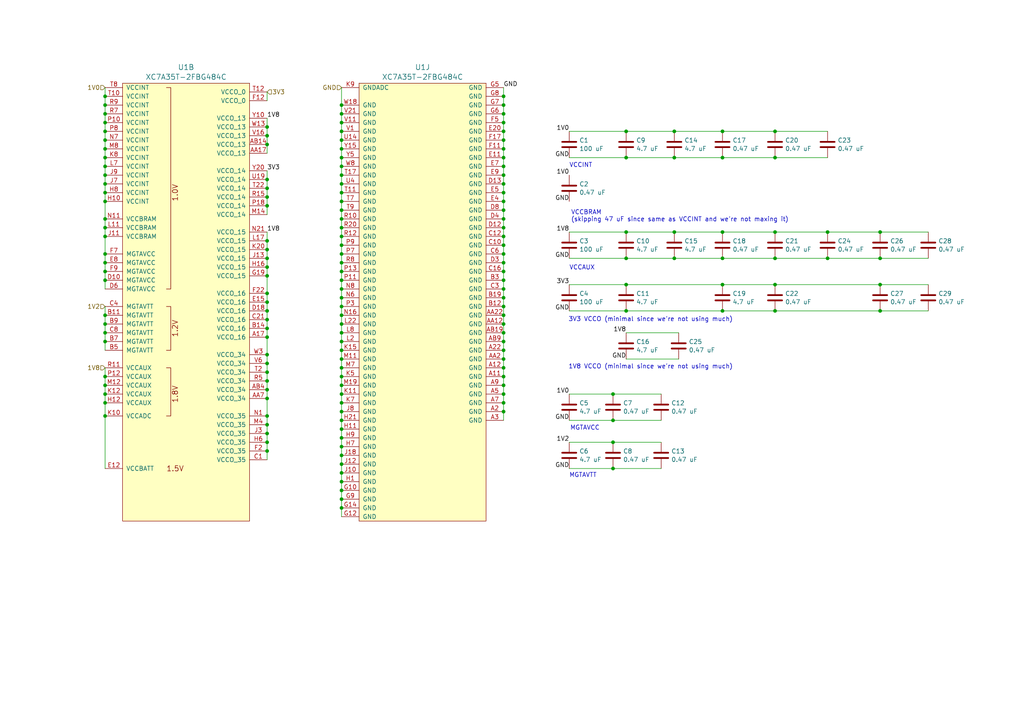
<source format=kicad_sch>
(kicad_sch (version 20231120) (generator "eeschema") (generator_version "8.0")
  (paper "A4")
  (junction (at 77.47 54.61))
  (junction (at 77.47 113.03))
  (junction (at 146.05 76.2))
  (junction (at 146.05 114.3))
  (junction (at 30.48 78.74))
  (junction (at 77.47 90.17))
  (junction (at 240.03 67.31))
  (junction (at 99.06 86.36))
  (junction (at 99.06 116.84))
  (junction (at 99.06 91.44))
  (junction (at 146.05 27.94))
  (junction (at 146.05 93.98))
  (junction (at 146.05 60.96))
  (junction (at 224.79 67.31))
  (junction (at 77.47 92.71))
  (junction (at 30.48 35.56))
  (junction (at 146.05 68.58))
  (junction (at 77.47 77.47))
  (junction (at 146.05 111.76))
  (junction (at 99.06 33.02))
  (junction (at 99.06 96.52))
  (junction (at 146.05 116.84))
  (junction (at 209.55 82.55))
  (junction (at 177.8 135.89))
  (junction (at 99.06 48.26))
  (junction (at 30.48 27.94))
  (junction (at 255.27 90.17))
  (junction (at 146.05 30.48))
  (junction (at 99.06 63.5))
  (junction (at 146.05 71.12))
  (junction (at 30.48 116.84))
  (junction (at 99.06 114.3))
  (junction (at 77.47 52.07))
  (junction (at 99.06 132.08))
  (junction (at 77.47 115.57))
  (junction (at 99.06 147.32))
  (junction (at 77.47 120.65))
  (junction (at 177.8 128.27))
  (junction (at 77.47 87.63))
  (junction (at 146.05 43.18))
  (junction (at 99.06 40.64))
  (junction (at 30.48 55.88))
  (junction (at 30.48 58.42))
  (junction (at 181.61 74.93))
  (junction (at 181.61 90.17))
  (junction (at 181.61 45.72))
  (junction (at 255.27 82.55))
  (junction (at 77.47 72.39))
  (junction (at 77.47 128.27))
  (junction (at 224.79 74.93))
  (junction (at 99.06 109.22))
  (junction (at 146.05 104.14))
  (junction (at 99.06 45.72))
  (junction (at 77.47 80.01))
  (junction (at 30.48 120.65))
  (junction (at 99.06 106.68))
  (junction (at 30.48 30.48))
  (junction (at 146.05 58.42))
  (junction (at 30.48 66.04))
  (junction (at 146.05 81.28))
  (junction (at 30.48 99.06))
  (junction (at 99.06 60.96))
  (junction (at 99.06 53.34))
  (junction (at 209.55 74.93))
  (junction (at 30.48 111.76))
  (junction (at 195.58 45.72))
  (junction (at 99.06 68.58))
  (junction (at 146.05 63.5))
  (junction (at 224.79 45.72))
  (junction (at 77.47 36.83))
  (junction (at 195.58 67.31))
  (junction (at 209.55 90.17))
  (junction (at 146.05 78.74))
  (junction (at 30.48 38.1))
  (junction (at 30.48 76.2))
  (junction (at 99.06 55.88))
  (junction (at 77.47 130.81))
  (junction (at 77.47 110.49))
  (junction (at 99.06 134.62))
  (junction (at 146.05 45.72))
  (junction (at 146.05 48.26))
  (junction (at 77.47 102.87))
  (junction (at 224.79 90.17))
  (junction (at 146.05 109.22))
  (junction (at 146.05 66.04))
  (junction (at 99.06 144.78))
  (junction (at 30.48 109.22))
  (junction (at 99.06 119.38))
  (junction (at 146.05 73.66))
  (junction (at 146.05 40.64))
  (junction (at 209.55 38.1))
  (junction (at 99.06 35.56))
  (junction (at 146.05 50.8))
  (junction (at 99.06 137.16))
  (junction (at 30.48 50.8))
  (junction (at 30.48 96.52))
  (junction (at 30.48 81.28))
  (junction (at 30.48 48.26))
  (junction (at 77.47 85.09))
  (junction (at 255.27 67.31))
  (junction (at 99.06 66.04))
  (junction (at 146.05 91.44))
  (junction (at 181.61 67.31))
  (junction (at 30.48 45.72))
  (junction (at 99.06 50.8))
  (junction (at 99.06 121.92))
  (junction (at 99.06 139.7))
  (junction (at 30.48 63.5))
  (junction (at 146.05 83.82))
  (junction (at 77.47 74.93))
  (junction (at 77.47 41.91))
  (junction (at 99.06 78.74))
  (junction (at 99.06 104.14))
  (junction (at 30.48 43.18))
  (junction (at 30.48 73.66))
  (junction (at 77.47 105.41))
  (junction (at 30.48 93.98))
  (junction (at 99.06 76.2))
  (junction (at 240.03 74.93))
  (junction (at 77.47 107.95))
  (junction (at 99.06 101.6))
  (junction (at 99.06 142.24))
  (junction (at 99.06 99.06))
  (junction (at 224.79 82.55))
  (junction (at 146.05 99.06))
  (junction (at 30.48 53.34))
  (junction (at 99.06 81.28))
  (junction (at 99.06 83.82))
  (junction (at 30.48 91.44))
  (junction (at 181.61 82.55))
  (junction (at 99.06 43.18))
  (junction (at 99.06 38.1))
  (junction (at 77.47 95.25))
  (junction (at 77.47 97.79))
  (junction (at 146.05 88.9))
  (junction (at 181.61 38.1))
  (junction (at 77.47 57.15))
  (junction (at 99.06 124.46))
  (junction (at 30.48 40.64))
  (junction (at 177.8 121.92))
  (junction (at 99.06 93.98))
  (junction (at 146.05 101.6))
  (junction (at 99.06 111.76))
  (junction (at 99.06 129.54))
  (junction (at 195.58 38.1))
  (junction (at 99.06 58.42))
  (junction (at 146.05 106.68))
  (junction (at 99.06 73.66))
  (junction (at 146.05 96.52))
  (junction (at 30.48 68.58))
  (junction (at 77.47 39.37))
  (junction (at 146.05 35.56))
  (junction (at 146.05 38.1))
  (junction (at 77.47 59.69))
  (junction (at 99.06 127))
  (junction (at 99.06 30.48))
  (junction (at 30.48 114.3))
  (junction (at 209.55 45.72))
  (junction (at 177.8 114.3))
  (junction (at 146.05 33.02))
  (junction (at 146.05 119.38))
  (junction (at 195.58 74.93))
  (junction (at 77.47 123.19))
  (junction (at 146.05 55.88))
  (junction (at 77.47 125.73))
  (junction (at 99.06 88.9))
  (junction (at 30.48 33.02))
  (junction (at 77.47 69.85))
  (junction (at 255.27 74.93))
  (junction (at 146.05 86.36))
  (junction (at 146.05 53.34))
  (junction (at 209.55 67.31))
  (junction (at 99.06 71.12))
  (junction (at 224.79 38.1))
  (wire (pts (xy 77.47 102.87) (xy 77.47 105.41)))
  (wire (pts (xy 181.61 67.31) (xy 195.58 67.31)))
  (wire (pts (xy 30.48 35.56) (xy 30.48 38.1)))
  (wire (pts (xy 77.47 115.57) (xy 77.47 120.65)))
  (wire (pts (xy 77.47 34.29) (xy 77.47 36.83)))
  (wire (pts (xy 146.05 25.4) (xy 146.05 27.94)))
  (wire (pts (xy 146.05 73.66) (xy 146.05 76.2)))
  (wire (pts (xy 30.48 109.22) (xy 30.48 111.76)))
  (wire (pts (xy 77.47 74.93) (xy 77.47 77.47)))
  (wire (pts (xy 77.47 52.07) (xy 77.47 54.61)))
  (wire (pts (xy 99.06 93.98) (xy 99.06 96.52)))
  (wire (pts (xy 146.05 71.12) (xy 146.05 73.66)))
  (wire (pts (xy 99.06 132.08) (xy 99.06 134.62)))
  (wire (pts (xy 77.47 41.91) (xy 77.47 44.45)))
  (wire (pts (xy 99.06 58.42) (xy 99.06 60.96)))
  (wire (pts (xy 77.47 39.37) (xy 77.47 41.91)))
  (wire (pts (xy 30.48 91.44) (xy 30.48 93.98)))
  (wire (pts (xy 146.05 106.68) (xy 146.05 109.22)))
  (wire (pts (xy 77.47 54.61) (xy 77.47 57.15)))
  (wire (pts (xy 99.06 86.36) (xy 99.06 88.9)))
  (wire (pts (xy 99.06 81.28) (xy 99.06 83.82)))
  (wire (pts (xy 209.55 82.55) (xy 224.79 82.55)))
  (wire (pts (xy 224.79 67.31) (xy 240.03 67.31)))
  (wire (pts (xy 77.47 57.15) (xy 77.47 59.69)))
  (wire (pts (xy 77.47 110.49) (xy 77.47 113.03)))
  (wire (pts (xy 146.05 76.2) (xy 146.05 78.74)))
  (wire (pts (xy 77.47 69.85) (xy 77.47 72.39)))
  (wire (pts (xy 146.05 63.5) (xy 146.05 66.04)))
  (wire (pts (xy 99.06 35.56) (xy 99.06 38.1)))
  (wire (pts (xy 30.48 116.84) (xy 30.48 120.65)))
  (wire (pts (xy 99.06 106.68) (xy 99.06 109.22)))
  (wire (pts (xy 165.1 90.17) (xy 181.61 90.17)))
  (wire (pts (xy 177.8 135.89) (xy 191.77 135.89)))
  (wire (pts (xy 77.47 92.71) (xy 77.47 95.25)))
  (wire (pts (xy 146.05 88.9) (xy 146.05 91.44)))
  (wire (pts (xy 99.06 43.18) (xy 99.06 45.72)))
  (wire (pts (xy 77.47 59.69) (xy 77.47 62.23)))
  (wire (pts (xy 30.48 96.52) (xy 30.48 99.06)))
  (wire (pts (xy 77.47 85.09) (xy 77.47 87.63)))
  (wire (pts (xy 30.48 30.48) (xy 30.48 33.02)))
  (wire (pts (xy 77.47 77.47) (xy 77.47 80.01)))
  (wire (pts (xy 181.61 38.1) (xy 195.58 38.1)))
  (wire (pts (xy 77.47 26.67) (xy 77.47 29.21)))
  (wire (pts (xy 146.05 81.28) (xy 146.05 83.82)))
  (wire (pts (xy 30.48 68.58) (xy 30.48 73.66)))
  (wire (pts (xy 77.47 113.03) (xy 77.47 115.57)))
  (wire (pts (xy 30.48 76.2) (xy 30.48 78.74)))
  (wire (pts (xy 99.06 139.7) (xy 99.06 142.24)))
  (wire (pts (xy 181.61 104.14) (xy 196.85 104.14)))
  (wire (pts (xy 209.55 67.31) (xy 224.79 67.31)))
  (wire (pts (xy 99.06 144.78) (xy 99.06 147.32)))
  (wire (pts (xy 255.27 90.17) (xy 269.24 90.17)))
  (wire (pts (xy 99.06 78.74) (xy 99.06 81.28)))
  (wire (pts (xy 146.05 45.72) (xy 146.05 48.26)))
  (wire (pts (xy 77.47 97.79) (xy 77.47 102.87)))
  (wire (pts (xy 146.05 109.22) (xy 146.05 111.76)))
  (wire (pts (xy 165.1 82.55) (xy 181.61 82.55)))
  (wire (pts (xy 224.79 90.17) (xy 255.27 90.17)))
  (wire (pts (xy 146.05 55.88) (xy 146.05 58.42)))
  (wire (pts (xy 146.05 116.84) (xy 146.05 119.38)))
  (wire (pts (xy 30.48 93.98) (xy 30.48 96.52)))
  (wire (pts (xy 77.47 67.31) (xy 77.47 69.85)))
  (wire (pts (xy 30.48 53.34) (xy 30.48 55.88)))
  (wire (pts (xy 195.58 67.31) (xy 209.55 67.31)))
  (wire (pts (xy 181.61 82.55) (xy 209.55 82.55)))
  (wire (pts (xy 146.05 60.96) (xy 146.05 63.5)))
  (wire (pts (xy 99.06 127) (xy 99.06 129.54)))
  (wire (pts (xy 177.8 121.92) (xy 191.77 121.92)))
  (wire (pts (xy 146.05 93.98) (xy 146.05 96.52)))
  (wire (pts (xy 77.47 72.39) (xy 77.47 74.93)))
  (wire (pts (xy 99.06 119.38) (xy 99.06 121.92)))
  (wire (pts (xy 255.27 67.31) (xy 269.24 67.31)))
  (wire (pts (xy 99.06 71.12) (xy 99.06 73.66)))
  (wire (pts (xy 30.48 111.76) (xy 30.48 114.3)))
  (wire (pts (xy 146.05 111.76) (xy 146.05 114.3)))
  (wire (pts (xy 99.06 101.6) (xy 99.06 104.14)))
  (wire (pts (xy 99.06 68.58) (xy 99.06 71.12)))
  (wire (pts (xy 99.06 147.32) (xy 99.06 149.86)))
  (wire (pts (xy 165.1 114.3) (xy 177.8 114.3)))
  (wire (pts (xy 99.06 60.96) (xy 99.06 63.5)))
  (wire (pts (xy 224.79 38.1) (xy 240.03 38.1)))
  (wire (pts (xy 240.03 67.31) (xy 255.27 67.31)))
  (wire (pts (xy 146.05 68.58) (xy 146.05 71.12)))
  (wire (pts (xy 99.06 114.3) (xy 99.06 116.84)))
  (wire (pts (xy 146.05 101.6) (xy 146.05 104.14)))
  (wire (pts (xy 99.06 96.52) (xy 99.06 99.06)))
  (wire (pts (xy 209.55 45.72) (xy 224.79 45.72)))
  (wire (pts (xy 146.05 58.42) (xy 146.05 60.96)))
  (wire (pts (xy 224.79 45.72) (xy 240.03 45.72)))
  (wire (pts (xy 195.58 45.72) (xy 209.55 45.72)))
  (wire (pts (xy 99.06 121.92) (xy 99.06 124.46)))
  (wire (pts (xy 165.1 128.27) (xy 177.8 128.27)))
  (wire (pts (xy 224.79 82.55) (xy 255.27 82.55)))
  (wire (pts (xy 255.27 82.55) (xy 269.24 82.55)))
  (wire (pts (xy 146.05 27.94) (xy 146.05 30.48)))
  (wire (pts (xy 146.05 104.14) (xy 146.05 106.68)))
  (wire (pts (xy 165.1 121.92) (xy 177.8 121.92)))
  (wire (pts (xy 77.47 36.83) (xy 77.47 39.37)))
  (wire (pts (xy 77.47 95.25) (xy 77.47 97.79)))
  (wire (pts (xy 30.48 25.4) (xy 30.48 27.94)))
  (wire (pts (xy 30.48 43.18) (xy 30.48 45.72)))
  (wire (pts (xy 30.48 63.5) (xy 30.48 66.04)))
  (wire (pts (xy 195.58 38.1) (xy 209.55 38.1)))
  (wire (pts (xy 146.05 66.04) (xy 146.05 68.58)))
  (wire (pts (xy 146.05 33.02) (xy 146.05 35.56)))
  (wire (pts (xy 30.48 58.42) (xy 30.48 63.5)))
  (wire (pts (xy 99.06 134.62) (xy 99.06 137.16)))
  (wire (pts (xy 99.06 66.04) (xy 99.06 68.58)))
  (wire (pts (xy 177.8 114.3) (xy 191.77 114.3)))
  (wire (pts (xy 30.48 50.8) (xy 30.48 53.34)))
  (wire (pts (xy 99.06 73.66) (xy 99.06 76.2)))
  (wire (pts (xy 30.48 45.72) (xy 30.48 48.26)))
  (wire (pts (xy 165.1 74.93) (xy 181.61 74.93)))
  (wire (pts (xy 240.03 74.93) (xy 255.27 74.93)))
  (wire (pts (xy 30.48 33.02) (xy 30.48 35.56)))
  (wire (pts (xy 30.48 27.94) (xy 30.48 30.48)))
  (wire (pts (xy 30.48 114.3) (xy 30.48 116.84)))
  (wire (pts (xy 77.47 90.17) (xy 77.47 92.71)))
  (wire (pts (xy 224.79 74.93) (xy 240.03 74.93)))
  (wire (pts (xy 99.06 116.84) (xy 99.06 119.38)))
  (wire (pts (xy 146.05 83.82) (xy 146.05 86.36)))
  (wire (pts (xy 99.06 83.82) (xy 99.06 86.36)))
  (wire (pts (xy 30.48 81.28) (xy 30.48 83.82)))
  (wire (pts (xy 77.47 128.27) (xy 77.47 130.81)))
  (wire (pts (xy 99.06 124.46) (xy 99.06 127)))
  (wire (pts (xy 30.48 48.26) (xy 30.48 50.8)))
  (wire (pts (xy 99.06 48.26) (xy 99.06 50.8)))
  (wire (pts (xy 30.48 66.04) (xy 30.48 68.58)))
  (wire (pts (xy 77.47 107.95) (xy 77.47 110.49)))
  (wire (pts (xy 77.47 49.53) (xy 77.47 52.07)))
  (wire (pts (xy 30.48 38.1) (xy 30.48 40.64)))
  (wire (pts (xy 209.55 38.1) (xy 224.79 38.1)))
  (wire (pts (xy 99.06 104.14) (xy 99.06 106.68)))
  (wire (pts (xy 181.61 90.17) (xy 209.55 90.17)))
  (wire (pts (xy 99.06 45.72) (xy 99.06 48.26)))
  (wire (pts (xy 99.06 63.5) (xy 99.06 66.04)))
  (wire (pts (xy 165.1 135.89) (xy 177.8 135.89)))
  (wire (pts (xy 30.48 55.88) (xy 30.48 58.42)))
  (wire (pts (xy 99.06 76.2) (xy 99.06 78.74)))
  (wire (pts (xy 77.47 120.65) (xy 77.47 123.19)))
  (wire (pts (xy 146.05 38.1) (xy 146.05 40.64)))
  (wire (pts (xy 195.58 74.93) (xy 209.55 74.93)))
  (wire (pts (xy 146.05 50.8) (xy 146.05 53.34)))
  (wire (pts (xy 99.06 53.34) (xy 99.06 55.88)))
  (wire (pts (xy 146.05 119.38) (xy 146.05 121.92)))
  (wire (pts (xy 99.06 142.24) (xy 99.06 144.78)))
  (wire (pts (xy 99.06 40.64) (xy 99.06 43.18)))
  (wire (pts (xy 181.61 96.52) (xy 196.85 96.52)))
  (wire (pts (xy 255.27 74.93) (xy 269.24 74.93)))
  (wire (pts (xy 146.05 30.48) (xy 146.05 33.02)))
  (wire (pts (xy 146.05 40.64) (xy 146.05 43.18)))
  (wire (pts (xy 99.06 91.44) (xy 99.06 93.98)))
  (wire (pts (xy 30.48 120.65) (xy 30.48 135.89)))
  (wire (pts (xy 146.05 48.26) (xy 146.05 50.8)))
  (wire (pts (xy 30.48 40.64) (xy 30.48 43.18)))
  (wire (pts (xy 77.47 130.81) (xy 77.47 133.35)))
  (wire (pts (xy 99.06 109.22) (xy 99.06 111.76)))
  (wire (pts (xy 99.06 50.8) (xy 99.06 53.34)))
  (wire (pts (xy 146.05 96.52) (xy 146.05 99.06)))
  (wire (pts (xy 99.06 55.88) (xy 99.06 58.42)))
  (wire (pts (xy 146.05 53.34) (xy 146.05 55.88)))
  (wire (pts (xy 77.47 105.41) (xy 77.47 107.95)))
  (wire (pts (xy 30.48 88.9) (xy 30.48 91.44)))
  (wire (pts (xy 146.05 78.74) (xy 146.05 81.28)))
  (wire (pts (xy 99.06 111.76) (xy 99.06 114.3)))
  (wire (pts (xy 146.05 43.18) (xy 146.05 45.72)))
  (wire (pts (xy 99.06 99.06) (xy 99.06 101.6)))
  (wire (pts (xy 181.61 45.72) (xy 195.58 45.72)))
  (wire (pts (xy 209.55 74.93) (xy 224.79 74.93)))
  (wire (pts (xy 99.06 137.16) (xy 99.06 139.7)))
  (wire (pts (xy 30.48 78.74) (xy 30.48 81.28)))
  (wire (pts (xy 99.06 25.4) (xy 99.06 30.48)))
  (wire (pts (xy 146.05 99.06) (xy 146.05 101.6)))
  (wire (pts (xy 30.48 106.68) (xy 30.48 109.22)))
  (wire (pts (xy 165.1 38.1) (xy 181.61 38.1)))
  (wire (pts (xy 77.47 123.19) (xy 77.47 125.73)))
  (wire (pts (xy 99.06 33.02) (xy 99.06 35.56)))
  (wire (pts (xy 99.06 30.48) (xy 99.06 33.02)))
  (wire (pts (xy 209.55 90.17) (xy 224.79 90.17)))
  (wire (pts (xy 77.47 125.73) (xy 77.47 128.27)))
  (wire (pts (xy 99.06 88.9) (xy 99.06 91.44)))
  (wire (pts (xy 165.1 45.72) (xy 181.61 45.72)))
  (wire (pts (xy 77.47 80.01) (xy 77.47 85.09)))
  (wire (pts (xy 77.47 87.63) (xy 77.47 90.17)))
  (wire (pts (xy 177.8 128.27) (xy 191.77 128.27)))
  (wire (pts (xy 99.06 129.54) (xy 99.06 132.08)))
  (wire (pts (xy 99.06 38.1) (xy 99.06 40.64)))
  (wire (pts (xy 30.48 99.06) (xy 30.48 101.6)))
  (wire (pts (xy 146.05 114.3) (xy 146.05 116.84)))
  (wire (pts (xy 146.05 35.56) (xy 146.05 38.1)))
  (wire (pts (xy 146.05 86.36) (xy 146.05 88.9)))
  (wire (pts (xy 146.05 91.44) (xy 146.05 93.98)))
  (wire (pts (xy 165.1 67.31) (xy 181.61 67.31)))
  (wire (pts (xy 181.61 74.93) (xy 195.58 74.93)))
  (wire (pts (xy 30.48 73.66) (xy 30.48 76.2)))
  (text "MGTAVTT" (at 165.1 137.922 0) (effects (font (size 1.27 1.27)) (justify left)))
  (text "VCCINT" (at 165.1 48.006 0) (effects (font (size 1.27 1.27)) (justify left)))
  (text "3V3 VCCO (minimal since we're not using much)" (at 164.846 92.71 0) (effects (font (size 1.27 1.27)) (justify left)))
  (text "VCCAUX" (at 165.1 77.724 0) (effects (font (size 1.27 1.27)) (justify left)))
  (text "VCCBRAM\n(skipping 47 uF since same as VCCINT and we're not maxing it)" (at 165.608 62.738 0) (effects (font (size 1.27 1.27)) (justify left)))
  (text "MGTAVCC" (at 165.354 124.206 0) (effects (font (size 1.27 1.27)) (justify left)))
  (text "1V8 VCCO (minimal since we're not using much)" (at 164.846 106.426 0) (effects (font (size 1.27 1.27)) (justify left)))
  (label "1V0" (at 165.1 114.3 180))
  (label "GND" (at 146.05 25.4 0))
  (label "3V3" (at 77.47 49.53 0))
  (label "GND" (at 165.1 58.42 180))
  (label "1V0" (at 165.1 50.8 180))
  (label "GND" (at 165.1 45.72 180))
  (label "GND" (at 165.1 74.93 180))
  (label "1V8" (at 77.47 67.31 0))
  (label "1V2" (at 165.1 128.27 180))
  (label "1V8" (at 165.1 67.31 180))
  (label "GND" (at 165.1 121.92 180))
  (label "GND" (at 181.61 104.14 180))
  (label "GND" (at 165.1 135.89 180))
  (label "1V0" (at 165.1 38.1 180))
  (label "3V3" (at 165.1 82.55 180))
  (label "1V8" (at 77.47 34.29 0))
  (label "1V8" (at 181.61 96.52 180))
  (label "GND" (at 165.1 90.17 180))
  (hierarchical_label "3V3" (shape input) (at 77.47 26.67 0))
  (hierarchical_label "1V2" (shape input) (at 30.48 88.9 180))
  (hierarchical_label "1V0" (shape input) (at 30.48 25.4 180))
  (hierarchical_label "1V8" (shape input) (at 30.48 106.68 180))
  (hierarchical_label "GND" (shape input) (at 99.06 25.4 180))
  (symbol (lib_id "xilinx-azonenberg:XC7AxxxT-xFBG484") (at 104.14 149.86 0) (unit 10)
    (property "Reference" "U1" (at 122.555 19.4996 0) (effects (font (size 1.524 1.524))))
    (property "Value" "XC7A35T-2FBG484C" (at 122.555 22.3325 0) (effects (font (size 1.524 1.524))))
    (property "Footprint" "azonenberg_pcb:BGA_484_22x22_FULLARRAY_1MM" (effects (hide yes)))
  )
  (symbol (lib_id "device:C") (at 191.77 132.08 0) (unit 1)
    (property "Reference" "C13" (at 194.691 130.8678 0) (effects (justify left)))
    (property "Value" "0.47 uF" (at 194.691 133.2921 0) (effects (justify left)))
    (property "Footprint" "azonenberg_pcb:EIA_0402_CAP_NOSILK" (effects (hide yes)))
    (property "Description" "Unpolarized capacitor" (effects (hide yes)))
  )
  (symbol (lib_id "device:C") (at 224.79 41.91 0) (unit 1)
    (property "Reference" "C20" (at 227.711 40.6978 0) (effects (justify left)))
    (property "Value" "0.47 uF" (at 227.711 43.1221 0) (effects (justify left)))
    (property "Footprint" "azonenberg_pcb:EIA_0402_CAP_NOSILK" (effects (hide yes)))
    (property "Description" "Unpolarized capacitor" (effects (hide yes)))
  )
  (symbol (lib_id "device:C") (at 177.8 132.08 0) (unit 1)
    (property "Reference" "C8" (at 180.721 130.8678 0) (effects (justify left)))
    (property "Value" "0.47 uF" (at 180.721 133.2921 0) (effects (justify left)))
    (property "Footprint" "azonenberg_pcb:EIA_0402_CAP_NOSILK" (effects (hide yes)))
    (property "Description" "Unpolarized capacitor" (effects (hide yes)))
  )
  (symbol (lib_id "device:C") (at 165.1 71.12 0) (unit 1)
    (property "Reference" "C3" (at 168.021 69.9078 0) (effects (justify left)))
    (property "Value" "100 uF" (at 168.021 72.3321 0) (effects (justify left)))
    (property "Footprint" "azonenberg_pcb:EIA_1210_CAP_NOSILK" (effects (hide yes)))
    (property "Description" "Unpolarized capacitor" (effects (hide yes)))
  )
  (symbol (lib_id "device:C") (at 181.61 71.12 0) (unit 1)
    (property "Reference" "C10" (at 184.531 69.9078 0) (effects (justify left)))
    (property "Value" "4.7 uF" (at 184.531 72.3321 0) (effects (justify left)))
    (property "Footprint" "azonenberg_pcb:EIA_0603_CAP_NOSILK" (effects (hide yes)))
    (property "Description" "Unpolarized capacitor" (effects (hide yes)))
  )
  (symbol (lib_id "device:C") (at 181.61 41.91 0) (unit 1)
    (property "Reference" "C9" (at 184.531 40.6978 0) (effects (justify left)))
    (property "Value" "4.7 uF" (at 184.531 43.1221 0) (effects (justify left)))
    (property "Footprint" "azonenberg_pcb:EIA_0603_CAP_NOSILK" (effects (hide yes)))
    (property "Description" "Unpolarized capacitor" (effects (hide yes)))
  )
  (symbol (lib_id "device:C") (at 195.58 71.12 0) (unit 1)
    (property "Reference" "C15" (at 198.501 69.9078 0) (effects (justify left)))
    (property "Value" "4.7 uF" (at 198.501 72.3321 0) (effects (justify left)))
    (property "Footprint" "azonenberg_pcb:EIA_0603_CAP_NOSILK" (effects (hide yes)))
    (property "Description" "Unpolarized capacitor" (effects (hide yes)))
  )
  (symbol (lib_id "device:C") (at 209.55 71.12 0) (unit 1)
    (property "Reference" "C18" (at 212.471 69.9078 0) (effects (justify left)))
    (property "Value" "0.47 uF" (at 212.471 72.3321 0) (effects (justify left)))
    (property "Footprint" "azonenberg_pcb:EIA_0402_CAP_NOSILK" (effects (hide yes)))
    (property "Description" "Unpolarized capacitor" (effects (hide yes)))
  )
  (symbol (lib_id "device:C") (at 165.1 86.36 0) (unit 1)
    (property "Reference" "C4" (at 168.021 85.1478 0) (effects (justify left)))
    (property "Value" "100 uF" (at 168.021 87.5721 0) (effects (justify left)))
    (property "Footprint" "azonenberg_pcb:EIA_1210_CAP_NOSILK" (effects (hide yes)))
    (property "Description" "Unpolarized capacitor" (effects (hide yes)))
  )
  (symbol (lib_id "device:C") (at 165.1 132.08 0) (unit 1)
    (property "Reference" "C6" (at 168.021 130.8678 0) (effects (justify left)))
    (property "Value" "4.7 uF" (at 168.021 133.2921 0) (effects (justify left)))
    (property "Footprint" "azonenberg_pcb:EIA_0603_CAP_NOSILK" (effects (hide yes)))
    (property "Description" "Unpolarized capacitor" (effects (hide yes)))
  )
  (symbol (lib_id "device:C") (at 224.79 71.12 0) (unit 1)
    (property "Reference" "C21" (at 227.711 69.9078 0) (effects (justify left)))
    (property "Value" "0.47 uF" (at 227.711 72.3321 0) (effects (justify left)))
    (property "Footprint" "azonenberg_pcb:EIA_0402_CAP_NOSILK" (effects (hide yes)))
    (property "Description" "Unpolarized capacitor" (effects (hide yes)))
  )
  (symbol (lib_id "device:C") (at 240.03 41.91 0) (unit 1)
    (property "Reference" "C23" (at 242.951 40.6978 0) (effects (justify left)))
    (property "Value" "0.47 uF" (at 242.951 43.1221 0) (effects (justify left)))
    (property "Footprint" "azonenberg_pcb:EIA_0402_CAP_NOSILK" (effects (hide yes)))
    (property "Description" "Unpolarized capacitor" (effects (hide yes)))
  )
  (symbol (lib_id "xilinx-azonenberg:XC7AxxxT-xFBG484") (at 35.56 149.86 0) (unit 2)
    (property "Reference" "U1" (at 53.975 19.4996 0) (effects (font (size 1.524 1.524))))
    (property "Value" "XC7A35T-2FBG484C" (at 53.975 22.3325 0) (effects (font (size 1.524 1.524))))
    (property "Footprint" "azonenberg_pcb:BGA_484_22x22_FULLARRAY_1MM" (effects (hide yes)))
  )
  (symbol (lib_id "device:C") (at 224.79 86.36 0) (unit 1)
    (property "Reference" "C22" (at 227.711 85.1478 0) (effects (justify left)))
    (property "Value" "0.47 uF" (at 227.711 87.5721 0) (effects (justify left)))
    (property "Footprint" "azonenberg_pcb:EIA_0402_CAP_NOSILK" (effects (hide yes)))
    (property "Description" "Unpolarized capacitor" (effects (hide yes)))
  )
  (symbol (lib_id "device:C") (at 165.1 118.11 0) (unit 1)
    (property "Reference" "C5" (at 168.021 116.8978 0) (effects (justify left)))
    (property "Value" "4.7 uF" (at 168.021 119.3221 0) (effects (justify left)))
    (property "Footprint" "azonenberg_pcb:EIA_0603_CAP_NOSILK" (effects (hide yes)))
    (property "Description" "Unpolarized capacitor" (effects (hide yes)))
  )
  (symbol (lib_id "device:C") (at 165.1 41.91 0) (unit 1)
    (property "Reference" "C1" (at 168.021 40.6978 0) (effects (justify left)))
    (property "Value" "100 uF" (at 168.021 43.1221 0) (effects (justify left)))
    (property "Footprint" "azonenberg_pcb:EIA_1210_CAP_NOSILK" (effects (hide yes)))
    (property "Description" "Unpolarized capacitor" (effects (hide yes)))
  )
  (symbol (lib_id "device:C") (at 209.55 41.91 0) (unit 1)
    (property "Reference" "C17" (at 212.471 40.6978 0) (effects (justify left)))
    (property "Value" "0.47 uF" (at 212.471 43.1221 0) (effects (justify left)))
    (property "Footprint" "azonenberg_pcb:EIA_0402_CAP_NOSILK" (effects (hide yes)))
    (property "Description" "Unpolarized capacitor" (effects (hide yes)))
  )
  (symbol (lib_id "device:C") (at 181.61 86.36 0) (unit 1)
    (property "Reference" "C11" (at 184.531 85.1478 0) (effects (justify left)))
    (property "Value" "4.7 uF" (at 184.531 87.5721 0) (effects (justify left)))
    (property "Footprint" "azonenberg_pcb:EIA_0603_CAP_NOSILK" (effects (hide yes)))
    (property "Description" "Unpolarized capacitor" (effects (hide yes)))
  )
  (symbol (lib_id "device:C") (at 191.77 118.11 0) (unit 1)
    (property "Reference" "C12" (at 194.691 116.8978 0) (effects (justify left)))
    (property "Value" "0.47 uF" (at 194.691 119.3221 0) (effects (justify left)))
    (property "Footprint" "azonenberg_pcb:EIA_0402_CAP_NOSILK" (effects (hide yes)))
    (property "Description" "Unpolarized capacitor" (effects (hide yes)))
  )
  (symbol (lib_id "device:C") (at 255.27 71.12 0) (unit 1)
    (property "Reference" "C26" (at 258.191 69.9078 0) (effects (justify left)))
    (property "Value" "0.47 uF" (at 258.191 72.3321 0) (effects (justify left)))
    (property "Footprint" "azonenberg_pcb:EIA_0402_CAP_NOSILK" (effects (hide yes)))
    (property "Description" "Unpolarized capacitor" (effects (hide yes)))
  )
  (symbol (lib_id "device:C") (at 195.58 41.91 0) (unit 1)
    (property "Reference" "C14" (at 198.501 40.6978 0) (effects (justify left)))
    (property "Value" "4.7 uF" (at 198.501 43.1221 0) (effects (justify left)))
    (property "Footprint" "azonenberg_pcb:EIA_0603_CAP_NOSILK" (effects (hide yes)))
    (property "Description" "Unpolarized capacitor" (effects (hide yes)))
  )
  (symbol (lib_id "device:C") (at 240.03 71.12 0) (unit 1)
    (property "Reference" "C24" (at 242.951 69.9078 0) (effects (justify left)))
    (property "Value" "0.47 uF" (at 242.951 72.3321 0) (effects (justify left)))
    (property "Footprint" "azonenberg_pcb:EIA_0402_CAP_NOSILK" (effects (hide yes)))
    (property "Description" "Unpolarized capacitor" (effects (hide yes)))
  )
  (symbol (lib_id "device:C") (at 177.8 118.11 0) (unit 1)
    (property "Reference" "C7" (at 180.721 116.8978 0) (effects (justify left)))
    (property "Value" "0.47 uF" (at 180.721 119.3221 0) (effects (justify left)))
    (property "Footprint" "azonenberg_pcb:EIA_0402_CAP_NOSILK" (effects (hide yes)))
    (property "Description" "Unpolarized capacitor" (effects (hide yes)))
  )
  (symbol (lib_id "device:C") (at 269.24 86.36 0) (unit 1)
    (property "Reference" "C29" (at 272.161 85.1478 0) (effects (justify left)))
    (property "Value" "0.47 uF" (at 272.161 87.5721 0) (effects (justify left)))
    (property "Footprint" "azonenberg_pcb:EIA_0402_CAP_NOSILK" (effects (hide yes)))
    (property "Description" "Unpolarized capacitor" (effects (hide yes)))
  )
  (symbol (lib_id "device:C") (at 269.24 71.12 0) (unit 1)
    (property "Reference" "C28" (at 272.161 69.9078 0) (effects (justify left)))
    (property "Value" "0.47 uF" (at 272.161 72.3321 0) (effects (justify left)))
    (property "Footprint" "azonenberg_pcb:EIA_0402_CAP_NOSILK" (effects (hide yes)))
    (property "Description" "Unpolarized capacitor" (effects (hide yes)))
  )
  (symbol (lib_id "device:C") (at 181.61 100.33 0) (unit 1)
    (property "Reference" "C16" (at 184.531 99.1178 0) (effects (justify left)))
    (property "Value" "4.7 uF" (at 184.531 101.5421 0) (effects (justify left)))
    (property "Footprint" "azonenberg_pcb:EIA_0603_CAP_NOSILK" (effects (hide yes)))
    (property "Description" "Unpolarized capacitor" (effects (hide yes)))
  )
  (symbol (lib_id "device:C") (at 165.1 54.61 0) (unit 1)
    (property "Reference" "C2" (at 168.021 53.3978 0) (effects (justify left)))
    (property "Value" "0.47 uF" (at 168.021 55.8221 0) (effects (justify left)))
    (property "Footprint" "azonenberg_pcb:EIA_0402_CAP_NOSILK" (effects (hide yes)))
    (property "Description" "Unpolarized capacitor" (effects (hide yes)))
  )
  (symbol (lib_id "device:C") (at 196.85 100.33 0) (unit 1)
    (property "Reference" "C25" (at 199.771 99.1178 0) (effects (justify left)))
    (property "Value" "0.47 uF" (at 199.771 101.5421 0) (effects (justify left)))
    (property "Footprint" "azonenberg_pcb:EIA_0402_CAP_NOSILK" (effects (hide yes)))
    (property "Description" "Unpolarized capacitor" (effects (hide yes)))
  )
  (symbol (lib_id "device:C") (at 209.55 86.36 0) (unit 1)
    (property "Reference" "C19" (at 212.471 85.1478 0) (effects (justify left)))
    (property "Value" "4.7 uF" (at 212.471 87.5721 0) (effects (justify left)))
    (property "Footprint" "azonenberg_pcb:EIA_0603_CAP_NOSILK" (effects (hide yes)))
    (property "Description" "Unpolarized capacitor" (effects (hide yes)))
  )
  (symbol (lib_id "device:C") (at 255.27 86.36 0) (unit 1)
    (property "Reference" "C27" (at 258.191 85.1478 0) (effects (justify left)))
    (property "Value" "0.47 uF" (at 258.191 87.5721 0) (effects (justify left)))
    (property "Footprint" "azonenberg_pcb:EIA_0402_CAP_NOSILK" (effects (hide yes)))
    (property "Description" "Unpolarized capacitor" (effects (hide yes)))
  )
)
</source>
